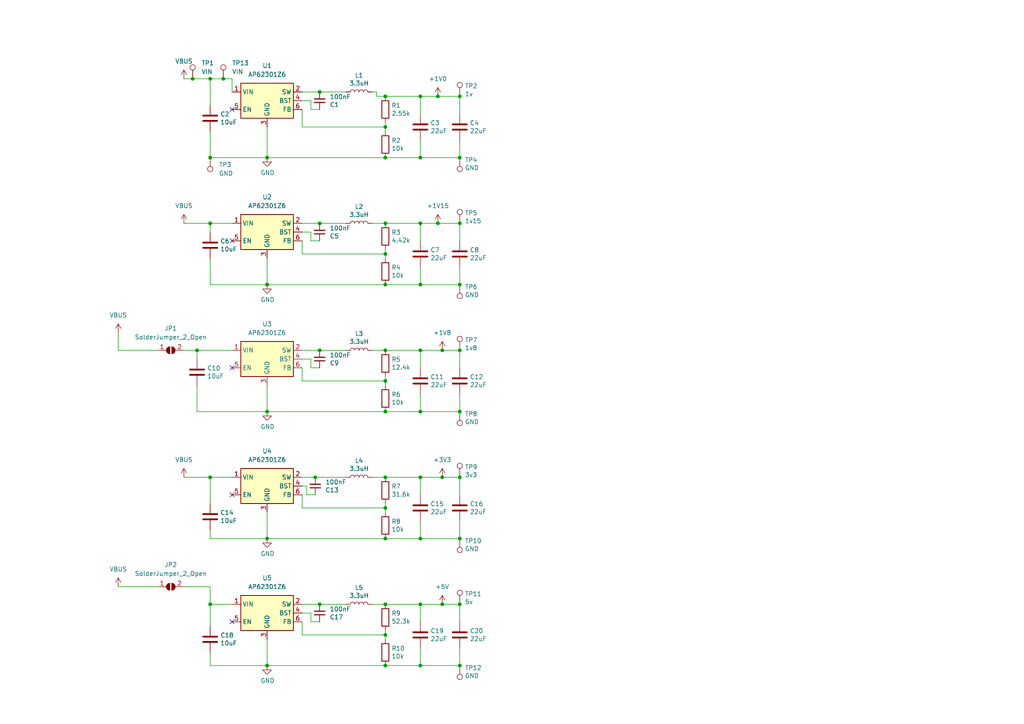
<source format=kicad_sch>
(kicad_sch (version 20240417) (generator "eeschema") (generator_version "8.99")
  (paper "A4")
  (lib_symbols
    (symbol "Connector:TestPoint" (pin_numbers hide) (pin_names (offset 0.762) hide)
      (property "Reference" "TP" (at 0 6.858 0))
      (property "Value" "Connector_TestPoint" (at 0 5.08 0))
      (symbol "TestPoint_0_1"
        (circle (center 0 3.302) (radius 0.762))
      )
      (symbol "TestPoint_1_1"
        (pin passive line (at 0 0 90) (length 2.54) (name "1") (number "1"))
      )
    )
    (symbol "Device:C" (pin_numbers hide) (pin_names (offset 0.254))
      (property "Reference" "C" (at 0.635 2.54 0))
      (property "Value" "Device_C" (at 0.635 -2.54 0))
      (symbol "C_0_1"
        (polyline (pts (xy -2.032 0.762) (xy 2.032 0.762)) (stroke (width 0.508)))
        (polyline (pts (xy -2.032 -0.762) (xy 2.032 -0.762)) (stroke (width 0.508)))
      )
      (symbol "C_1_1"
        (pin passive line (at 0 3.81 270) (length 2.794) (name "~") (number "1"))
        (pin passive line (at 0 -3.81 90) (length 2.794) (name "~") (number "2"))
      )
    )
    (symbol "Device:C_Small" (pin_numbers hide) (pin_names (offset 0.254) hide)
      (property "Reference" "C" (at 0.254 1.778 0))
      (property "Value" "C_Small" (at 0.254 -2.032 0))
      (symbol "C_Small_0_1"
        (polyline (pts (xy -1.524 0.508) (xy 1.524 0.508)) (stroke (width 0.3048)))
        (polyline (pts (xy -1.524 -0.508) (xy 1.524 -0.508)) (stroke (width 0.3302)))
      )
      (symbol "C_Small_1_1"
        (pin passive line (at 0 2.54 270) (length 2.032) (name "~") (number "1"))
        (pin passive line (at 0 -2.54 90) (length 2.032) (name "~") (number "2"))
      )
    )
    (symbol "Device:L" (pin_numbers hide) (pin_names (offset 1.016) hide)
      (property "Reference" "L" (at -1.27 0 90))
      (property "Value" "Device_L" (at 1.905 0 90))
      (symbol "L_0_1"
        (arc (start 0 2.54) (mid 0.6323 1.905) (end 0 1.27))
        (arc (start 0 1.27) (mid 0.6323 0.635) (end 0 0))
        (arc (start 0 0) (mid 0.6323 -0.635) (end 0 -1.27))
        (arc (start 0 -1.27) (mid 0.6323 -1.905) (end 0 -2.54))
      )
      (symbol "L_1_1"
        (pin passive line (at 0 3.81 270) (length 1.27) (name "1") (number "1"))
        (pin passive line (at 0 -3.81 90) (length 1.27) (name "2") (number "2"))
      )
    )
    (symbol "Device:R" (pin_numbers hide) (pin_names (offset 0))
      (property "Reference" "R" (at 2.032 0 90))
      (property "Value" "Device_R" (at 0 0 90))
      (symbol "R_0_1"
        (rectangle (start -1.016 -2.54) (end 1.016 2.54) (stroke (width 0.254)))
      )
      (symbol "R_1_1"
        (pin passive line (at 0 3.81 270) (length 1.27) (name "~") (number "1"))
        (pin passive line (at 0 -3.81 90) (length 1.27) (name "~") (number "2"))
      )
    )
    (symbol "Jumper:SolderJumper_2_Open" (pin_names (offset 0) hide)
      (property "Reference" "JP" (at 0 2.032 0))
      (property "Value" "SolderJumper_2_Open" (at 0 -2.54 0))
      (symbol "SolderJumper_2_Open_0_1"
        (polyline (pts (xy -0.254 1.016) (xy -0.254 -1.016)))
        (arc (start -0.254 -1.016) (mid -1.2656 0) (end -0.254 1.016))
        (arc (start -0.254 -1.016) (mid -1.2656 0) (end -0.254 1.016) (fill (type outline)))
        (arc (start 0.254 1.016) (mid 1.2656 0) (end 0.254 -1.016))
        (arc (start 0.254 1.016) (mid 1.2656 0) (end 0.254 -1.016) (fill (type outline)))
        (polyline (pts (xy 0.254 1.016) (xy 0.254 -1.016)))
      )
      (symbol "SolderJumper_2_Open_1_1"
        (pin passive line (at -3.81 0 0) (length 2.54) (name "A") (number "1"))
        (pin passive line (at 3.81 0 180) (length 2.54) (name "B") (number "2"))
      )
    )
    (symbol "Regulator_Switching:AP62300Z6"
      (property "Reference" "U6" (at 0 10.16 0))
      (property "Value" "AP62301Z6" (at 0 7.62 0))
      (symbol "AP62300Z6_0_1"
        (rectangle (start -7.62 5.08) (end 7.62 -5.08) (stroke (width 0.254)) (fill (type background)))
      )
      (symbol "AP62300Z6_1_1"
        (pin power_in line (at -10.16 2.54 0) (length 2.54) (name "VIN") (number "1"))
        (pin output line (at 10.16 2.54 180) (length 2.54) (name "SW") (number "2"))
        (pin power_in line (at 0 -7.62 90) (length 2.54) (name "GND") (number "3"))
        (pin passive line (at 10.16 0 180) (length 2.54) (name "BST") (number "4"))
        (pin input line (at -10.16 -2.54 0) (length 2.54) (name "EN") (number "5"))
        (pin input line (at 10.16 -2.54 180) (length 2.54) (name "FB") (number "6"))
      )
    )
    (symbol "TestPoint_1" (pin_numbers hide) (pin_names (offset 0.762) hide)
      (property "Reference" "TP" (at 0 6.858 0))
      (property "Value" "TestPoint_1" (at 0 5.08 0))
      (symbol "TestPoint_1_0_1"
        (circle (center 0 3.302) (radius 0.762))
      )
      (symbol "TestPoint_1_1_1"
        (pin passive line (at 0 0 90) (length 2.54) (name "1") (number "1"))
      )
    )
    (symbol "power:+1V0" (power) (pin_numbers hide) (pin_names (offset 0) hide)
      (property "Value" "+1V0" (at 0 3.556 0))
      (symbol "+1V0_0_1"
        (polyline (pts (xy -0.762 1.27) (xy 0 2.54)))
        (polyline (pts (xy 0 2.54) (xy 0.762 1.27)))
        (polyline (pts (xy 0 0) (xy 0 2.54)))
      )
      (symbol "+1V0_1_1"
        (pin power_in line (at 0 0 90) (length 0) (name "~") (number "1"))
      )
    )
    (symbol "power:+1V1" (power) (pin_numbers hide) (pin_names (offset 0) hide)
      (property "Value" "+1V1" (at 0 3.556 0))
      (symbol "+1V1_0_1"
        (polyline (pts (xy -0.762 1.27) (xy 0 2.54)))
        (polyline (pts (xy 0 2.54) (xy 0.762 1.27)))
        (polyline (pts (xy 0 0) (xy 0 2.54)))
      )
      (symbol "+1V1_1_1"
        (pin power_in line (at 0 0 90) (length 0) (name "~") (number "1"))
      )
    )
    (symbol "power:+1V8" (power) (pin_numbers hide) (pin_names (offset 0) hide)
      (property "Value" "+1V8" (at 0 3.556 0))
      (symbol "+1V8_0_1"
        (polyline (pts (xy -0.762 1.27) (xy 0 2.54)))
        (polyline (pts (xy 0 2.54) (xy 0.762 1.27)))
        (polyline (pts (xy 0 0) (xy 0 2.54)))
      )
      (symbol "+1V8_1_1"
        (pin power_in line (at 0 0 90) (length 0) (name "~") (number "1"))
      )
    )
    (symbol "power:+3V3" (power) (pin_numbers hide) (pin_names (offset 0) hide)
      (property "Value" "+3V3" (at 0 3.556 0))
      (symbol "+3V3_0_1"
        (polyline (pts (xy -0.762 1.27) (xy 0 2.54)))
        (polyline (pts (xy 0 2.54) (xy 0.762 1.27)))
        (polyline (pts (xy 0 0) (xy 0 2.54)))
      )
      (symbol "+3V3_1_1"
        (pin power_in line (at 0 0 90) (length 0) (name "~") (number "1"))
      )
    )
    (symbol "power:+5V" (power) (pin_numbers hide) (pin_names (offset 0) hide)
      (property "Value" "+5V" (at 0 3.556 0))
      (symbol "+5V_0_1"
        (polyline (pts (xy -0.762 1.27) (xy 0 2.54)))
        (polyline (pts (xy 0 2.54) (xy 0.762 1.27)))
        (polyline (pts (xy 0 0) (xy 0 2.54)))
      )
      (symbol "+5V_1_1"
        (pin power_in line (at 0 0 90) (length 0) (name "~") (number "1"))
      )
    )
    (symbol "power:GND" (power) (pin_names (offset 0))
      (property "Value" "power_GND" (at 0 -3.81 0))
      (symbol "GND_0_1"
        (polyline (pts (xy 0 0) (xy 0 -1.27) (xy 1.27 -1.27) (xy 0 -2.54) (xy -1.27 -1.27) (xy 0 -1.27)))
      )
      (symbol "GND_1_1"
        (pin power_in line (at 0 0 270) (length 0) hide (name "GND") (number "1"))
      )
    )
    (symbol "power:VBUS" (power) (pin_numbers hide) (pin_names (offset 0) hide)
      (property "Value" "VBUS" (at 0 3.556 0))
      (symbol "VBUS_0_1"
        (polyline (pts (xy -0.762 1.27) (xy 0 2.54)))
        (polyline (pts (xy 0 2.54) (xy 0.762 1.27)))
        (polyline (pts (xy 0 0) (xy 0 2.54)))
      )
      (symbol "VBUS_1_1"
        (pin power_in line (at 0 0 90) (length 0) (name "~") (number "1"))
      )
    )
  )
  (junction (at 127 64.77))
  (junction (at 133.35 27.94))
  (junction (at 121.92 64.77))
  (junction (at 57.15 101.6))
  (junction (at 121.92 101.6))
  (junction (at 133.35 64.77))
  (junction (at 133.35 82.55))
  (junction (at 92.71 101.6))
  (junction (at 111.76 193.04))
  (junction (at 60.96 22.86))
  (junction (at 121.92 82.55))
  (junction (at 60.96 64.77))
  (junction (at 127 27.94))
  (junction (at 64.77 22.86))
  (junction (at 111.76 36.83))
  (junction (at 60.96 175.26))
  (junction (at 121.92 156.21))
  (junction (at 121.92 175.26))
  (junction (at 128.27 175.26))
  (junction (at 128.27 138.43))
  (junction (at 111.76 110.49))
  (junction (at 60.96 138.43))
  (junction (at 133.35 119.38))
  (junction (at 133.35 193.04))
  (junction (at 77.47 45.72))
  (junction (at 77.47 82.55))
  (junction (at 121.92 119.38))
  (junction (at 133.35 156.21))
  (junction (at 111.76 156.21))
  (junction (at 133.35 138.43))
  (junction (at 55.88 22.86))
  (junction (at 92.71 26.67))
  (junction (at 60.96 45.72))
  (junction (at 91.44 138.43))
  (junction (at 77.47 193.04))
  (junction (at 121.92 27.94))
  (junction (at 121.92 45.72))
  (junction (at 133.35 101.6))
  (junction (at 77.47 156.21))
  (junction (at 111.76 101.6))
  (junction (at 77.47 119.38))
  (junction (at 133.35 45.72))
  (junction (at 92.71 175.26))
  (junction (at 111.76 138.43))
  (junction (at 111.76 45.72))
  (junction (at 121.92 138.43))
  (junction (at 92.71 64.77))
  (junction (at 111.76 64.77))
  (junction (at 111.76 175.26))
  (junction (at 128.27 101.6))
  (junction (at 111.76 27.94))
  (junction (at 111.76 73.66))
  (junction (at 111.76 184.15))
  (junction (at 133.35 175.26))
  (junction (at 111.76 82.55))
  (junction (at 111.76 119.38))
  (junction (at 111.76 147.32))
  (junction (at 121.92 193.04))
  (no_connect (at 67.31 31.75))
  (no_connect (at 67.31 143.51))
  (no_connect (at 67.31 69.85))
  (no_connect (at 67.31 106.68))
  (no_connect (at 67.31 180.34))
  (wire (pts (xy 77.47 119.38) (xy 77.47 111.76)))
  (wire (pts (xy 107.95 26.67) (xy 109.22 26.67)))
  (wire (pts (xy 111.76 156.21) (xy 121.92 156.21)))
  (wire (pts (xy 121.92 106.68) (xy 121.92 101.6)))
  (wire (pts (xy 53.34 170.18) (xy 60.96 170.18)))
  (wire (pts (xy 111.76 36.83) (xy 111.76 38.1)))
  (wire (pts (xy 87.63 29.21) (xy 90.17 29.21)))
  (wire (pts (xy 111.76 146.05) (xy 111.76 147.32)))
  (wire (pts (xy 121.92 193.04) (xy 133.35 193.04)))
  (wire (pts (xy 60.96 45.72) (xy 60.96 38.1)))
  (wire (pts (xy 109.22 27.94) (xy 111.76 27.94)))
  (wire (pts (xy 121.92 175.26) (xy 128.27 175.26)))
  (wire (pts (xy 88.9 143.51) (xy 91.44 143.51)))
  (wire (pts (xy 133.35 101.6) (xy 133.35 106.68)))
  (wire (pts (xy 121.92 156.21) (xy 133.35 156.21)))
  (wire (pts (xy 111.76 184.15) (xy 87.63 184.15)))
  (wire (pts (xy 87.63 67.31) (xy 90.17 67.31)))
  (wire (pts (xy 121.92 143.51) (xy 121.92 138.43)))
  (wire (pts (xy 107.95 64.77) (xy 111.76 64.77)))
  (wire (pts (xy 60.96 22.86) (xy 60.96 30.48)))
  (wire (pts (xy 87.63 73.66) (xy 87.63 69.85)))
  (wire (pts (xy 107.95 138.43) (xy 111.76 138.43)))
  (wire (pts (xy 111.76 119.38) (xy 77.47 119.38)))
  (wire (pts (xy 67.31 175.26) (xy 60.96 175.26)))
  (wire (pts (xy 60.96 82.55) (xy 60.96 74.93)))
  (wire (pts (xy 55.88 22.86) (xy 60.96 22.86)))
  (wire (pts (xy 111.76 110.49) (xy 111.76 111.76)))
  (wire (pts (xy 57.15 101.6) (xy 67.31 101.6)))
  (wire (pts (xy 111.76 73.66) (xy 111.76 74.93)))
  (wire (pts (xy 60.96 45.72) (xy 77.47 45.72)))
  (wire (pts (xy 53.34 64.77) (xy 60.96 64.77)))
  (wire (pts (xy 133.35 175.26) (xy 133.35 180.34)))
  (wire (pts (xy 111.76 72.39) (xy 111.76 73.66)))
  (wire (pts (xy 127 27.94) (xy 133.35 27.94)))
  (wire (pts (xy 133.35 119.38) (xy 133.35 114.3)))
  (wire (pts (xy 128.27 101.6) (xy 133.35 101.6)))
  (wire (pts (xy 34.29 170.18) (xy 45.72 170.18)))
  (wire (pts (xy 77.47 82.55) (xy 77.47 74.93)))
  (wire (pts (xy 90.17 69.85) (xy 92.71 69.85)))
  (wire (pts (xy 60.96 138.43) (xy 60.96 146.05)))
  (wire (pts (xy 34.29 101.6) (xy 45.72 101.6)))
  (wire (pts (xy 133.35 45.72) (xy 133.35 40.64)))
  (wire (pts (xy 90.17 67.31) (xy 90.17 69.85)))
  (wire (pts (xy 111.76 138.43) (xy 121.92 138.43)))
  (wire (pts (xy 111.76 82.55) (xy 121.92 82.55)))
  (wire (pts (xy 121.92 69.85) (xy 121.92 64.77)))
  (wire (pts (xy 87.63 101.6) (xy 92.71 101.6)))
  (wire (pts (xy 127 64.77) (xy 133.35 64.77)))
  (wire (pts (xy 67.31 22.86) (xy 67.31 26.67)))
  (wire (pts (xy 121.92 40.64) (xy 121.92 45.72)))
  (wire (pts (xy 60.96 175.26) (xy 60.96 170.18)))
  (wire (pts (xy 133.35 27.94) (xy 133.35 33.02)))
  (wire (pts (xy 77.47 193.04) (xy 77.47 185.42)))
  (wire (pts (xy 64.77 22.86) (xy 67.31 22.86)))
  (wire (pts (xy 77.47 36.83) (xy 77.47 45.72)))
  (wire (pts (xy 111.76 110.49) (xy 87.63 110.49)))
  (wire (pts (xy 111.76 147.32) (xy 111.76 148.59)))
  (wire (pts (xy 60.96 82.55) (xy 77.47 82.55)))
  (wire (pts (xy 111.76 45.72) (xy 77.47 45.72)))
  (wire (pts (xy 111.76 193.04) (xy 121.92 193.04)))
  (wire (pts (xy 111.76 45.72) (xy 121.92 45.72)))
  (wire (pts (xy 128.27 138.43) (xy 133.35 138.43)))
  (wire (pts (xy 111.76 27.94) (xy 121.92 27.94)))
  (wire (pts (xy 60.96 175.26) (xy 60.96 181.61)))
  (wire (pts (xy 121.92 138.43) (xy 128.27 138.43)))
  (wire (pts (xy 87.63 177.8) (xy 90.17 177.8)))
  (wire (pts (xy 121.92 82.55) (xy 133.35 82.55)))
  (wire (pts (xy 60.96 156.21) (xy 77.47 156.21)))
  (wire (pts (xy 60.96 156.21) (xy 60.96 153.67)))
  (wire (pts (xy 77.47 156.21) (xy 77.47 148.59)))
  (wire (pts (xy 121.92 119.38) (xy 133.35 119.38)))
  (wire (pts (xy 87.63 175.26) (xy 92.71 175.26)))
  (wire (pts (xy 87.63 184.15) (xy 87.63 180.34)))
  (wire (pts (xy 133.35 82.55) (xy 133.35 77.47)))
  (wire (pts (xy 111.76 184.15) (xy 111.76 185.42)))
  (wire (pts (xy 87.63 31.75) (xy 87.63 36.83)))
  (wire (pts (xy 90.17 104.14) (xy 90.17 106.68)))
  (wire (pts (xy 60.96 64.77) (xy 60.96 67.31)))
  (wire (pts (xy 121.92 101.6) (xy 128.27 101.6)))
  (wire (pts (xy 57.15 101.6) (xy 57.15 104.14)))
  (wire (pts (xy 92.71 175.26) (xy 100.33 175.26)))
  (wire (pts (xy 90.17 29.21) (xy 90.17 31.75)))
  (wire (pts (xy 111.76 147.32) (xy 87.63 147.32)))
  (wire (pts (xy 111.76 36.83) (xy 87.63 36.83)))
  (wire (pts (xy 57.15 119.38) (xy 77.47 119.38)))
  (wire (pts (xy 90.17 177.8) (xy 90.17 180.34)))
  (wire (pts (xy 90.17 106.68) (xy 92.71 106.68)))
  (wire (pts (xy 111.76 109.22) (xy 111.76 110.49)))
  (wire (pts (xy 92.71 64.77) (xy 100.33 64.77)))
  (wire (pts (xy 67.31 64.77) (xy 60.96 64.77)))
  (wire (pts (xy 53.34 138.43) (xy 60.96 138.43)))
  (wire (pts (xy 121.92 180.34) (xy 121.92 175.26)))
  (wire (pts (xy 121.92 187.96) (xy 121.92 193.04)))
  (wire (pts (xy 121.92 45.72) (xy 133.35 45.72)))
  (wire (pts (xy 53.34 101.6) (xy 57.15 101.6)))
  (wire (pts (xy 121.92 77.47) (xy 121.92 82.55)))
  (wire (pts (xy 133.35 193.04) (xy 133.35 187.96)))
  (wire (pts (xy 87.63 147.32) (xy 87.63 143.51)))
  (wire (pts (xy 111.76 35.56) (xy 111.76 36.83)))
  (wire (pts (xy 87.63 110.49) (xy 87.63 106.68)))
  (wire (pts (xy 133.35 138.43) (xy 133.35 143.51)))
  (wire (pts (xy 57.15 119.38) (xy 57.15 111.76)))
  (wire (pts (xy 60.96 193.04) (xy 77.47 193.04)))
  (wire (pts (xy 121.92 114.3) (xy 121.92 119.38)))
  (wire (pts (xy 88.9 140.97) (xy 88.9 143.51)))
  (wire (pts (xy 87.63 138.43) (xy 91.44 138.43)))
  (wire (pts (xy 111.76 193.04) (xy 77.47 193.04)))
  (wire (pts (xy 121.92 27.94) (xy 127 27.94)))
  (wire (pts (xy 111.76 175.26) (xy 121.92 175.26)))
  (wire (pts (xy 64.77 22.86) (xy 60.96 22.86)))
  (wire (pts (xy 111.76 156.21) (xy 77.47 156.21)))
  (wire (pts (xy 111.76 101.6) (xy 121.92 101.6)))
  (wire (pts (xy 111.76 73.66) (xy 87.63 73.66)))
  (wire (pts (xy 107.95 175.26) (xy 111.76 175.26)))
  (wire (pts (xy 67.31 138.43) (xy 60.96 138.43)))
  (wire (pts (xy 53.34 22.86) (xy 55.88 22.86)))
  (wire (pts (xy 87.63 140.97) (xy 88.9 140.97)))
  (wire (pts (xy 109.22 26.67) (xy 109.22 27.94)))
  (wire (pts (xy 60.96 193.04) (xy 60.96 189.23)))
  (wire (pts (xy 121.92 151.13) (xy 121.92 156.21)))
  (wire (pts (xy 128.27 175.26) (xy 133.35 175.26)))
  (wire (pts (xy 121.92 33.02) (xy 121.92 27.94)))
  (wire (pts (xy 92.71 26.67) (xy 100.33 26.67)))
  (wire (pts (xy 107.95 101.6) (xy 111.76 101.6)))
  (wire (pts (xy 90.17 31.75) (xy 92.71 31.75)))
  (wire (pts (xy 91.44 138.43) (xy 100.33 138.43)))
  (wire (pts (xy 87.63 26.67) (xy 92.71 26.67)))
  (wire (pts (xy 111.76 182.88) (xy 111.76 184.15)))
  (wire (pts (xy 133.35 156.21) (xy 133.35 151.13)))
  (wire (pts (xy 87.63 104.14) (xy 90.17 104.14)))
  (wire (pts (xy 111.76 64.77) (xy 121.92 64.77)))
  (wire (pts (xy 90.17 180.34) (xy 92.71 180.34)))
  (wire (pts (xy 34.29 101.6) (xy 34.29 96.52)))
  (wire (pts (xy 111.76 82.55) (xy 77.47 82.55)))
  (wire (pts (xy 111.76 119.38) (xy 121.92 119.38)))
  (wire (pts (xy 87.63 64.77) (xy 92.71 64.77)))
  (wire (pts (xy 133.35 64.77) (xy 133.35 69.85)))
  (wire (pts (xy 121.92 64.77) (xy 127 64.77)))
  (wire (pts (xy 92.71 101.6) (xy 100.33 101.6)))
  (symbol (lib_id "Device:C") (at 60.96 34.29 180) (unit 1)
    (property "Reference" "C2" (at 63.881 33.1216 0) (effects (justify right)))
    (property "Value" "10uF" (at 63.881 35.433 0) (effects (justify right)))
    (property "Footprint" "Capacitor_SMD:C_0805_2012Metric" (effects (hide yes)))
  )
  (symbol (lib_id "Device:C_Small") (at 92.71 29.21 0) (mirror x) (unit 1)
    (property "Reference" "C1" (at 95.631 30.3784 0) (effects (justify left)))
    (property "Value" "100nF" (at 95.631 28.067 0) (effects (justify left)))
    (property "Footprint" "Capacitor_SMD:C_0402_1005Metric" (effects (hide yes)))
    (property "Description" "Unpolarized capacitor, small symbol" (effects (hide yes)))
  )
  (symbol (lib_id "Device:L") (at 104.14 26.67 90) (unit 1)
    (property "Reference" "L1" (at 104.14 21.844 90))
    (property "Value" "3.3uH" (at 104.14 24.1554 90))
    (property "Footprint" "Inductor_SMD:L_Chilisin_BMRx00050512-B" (effects (hide yes)))
  )
  (symbol (lib_id "Device:R") (at 111.76 31.75 0) (unit 1)
    (property "Reference" "R1" (at 113.538 30.5816 0) (effects (justify left)))
    (property "Value" "2.55k" (at 113.538 32.893 0) (effects (justify left)))
    (property "Footprint" "Resistor_SMD:R_0402_1005Metric" (effects (hide yes)))
  )
  (symbol (lib_id "Device:R") (at 111.76 41.91 0) (unit 1)
    (property "Reference" "R2" (at 113.538 40.7416 0) (effects (justify left)))
    (property "Value" "10k" (at 113.538 43.053 0) (effects (justify left)))
    (property "Footprint" "Resistor_SMD:R_0402_1005Metric" (effects (hide yes)))
  )
  (symbol (lib_id "Device:C") (at 121.92 36.83 0) (unit 1)
    (property "Reference" "C3" (at 124.841 35.6616 0) (effects (justify left)))
    (property "Value" "22uF" (at 124.841 37.973 0) (effects (justify left)))
    (property "Footprint" "Capacitor_SMD:C_0603_1608Metric" (effects (hide yes)))
  )
  (symbol (lib_id "power:GND") (at 77.47 45.72 0) (unit 1)
    (property "Reference" "#PWR01" (effects (hide yes)))
    (property "Value" "GND" (at 77.597 50.1142 0))
  )
  (symbol (lib_id "Device:C") (at 133.35 36.83 0) (unit 1)
    (property "Reference" "C4" (at 136.271 35.6616 0) (effects (justify left)))
    (property "Value" "22uF" (at 136.271 37.973 0) (effects (justify left)))
    (property "Footprint" "Capacitor_SMD:C_0603_1608Metric" (effects (hide yes)))
  )
  (symbol (lib_id "Device:C") (at 60.96 71.12 180) (unit 1)
    (property "Reference" "C6" (at 63.881 69.9516 0) (effects (justify right)))
    (property "Value" "10uF" (at 63.881 72.263 0) (effects (justify right)))
    (property "Footprint" "Capacitor_SMD:C_0805_2012Metric" (effects (hide yes)))
  )
  (symbol (lib_id "Device:C_Small") (at 92.71 67.31 0) (mirror x) (unit 1)
    (property "Reference" "C5" (at 95.631 68.4784 0) (effects (justify left)))
    (property "Value" "100nF" (at 95.631 66.167 0) (effects (justify left)))
    (property "Footprint" "Capacitor_SMD:C_0402_1005Metric" (effects (hide yes)))
    (property "Description" "Unpolarized capacitor, small symbol" (effects (hide yes)))
  )
  (symbol (lib_id "Device:L") (at 104.14 64.77 90) (unit 1)
    (property "Reference" "L2" (at 104.14 59.944 90))
    (property "Value" "3.3uH" (at 104.14 62.2554 90))
    (property "Footprint" "Inductor_SMD:L_Chilisin_BMRx00050512-B" (effects (hide yes)))
  )
  (symbol (lib_id "Device:R") (at 111.76 68.58 0) (unit 1)
    (property "Reference" "R3" (at 113.538 67.4116 0) (effects (justify left)))
    (property "Value" "4.42k" (at 113.538 69.723 0) (effects (justify left)))
    (property "Footprint" "Resistor_SMD:R_0402_1005Metric" (effects (hide yes)))
  )
  (symbol (lib_id "Device:R") (at 111.76 78.74 0) (unit 1)
    (property "Reference" "R4" (at 113.538 77.5716 0) (effects (justify left)))
    (property "Value" "10k" (at 113.538 79.883 0) (effects (justify left)))
    (property "Footprint" "Resistor_SMD:R_0402_1005Metric" (effects (hide yes)))
  )
  (symbol (lib_id "Device:C") (at 121.92 73.66 0) (unit 1)
    (property "Reference" "C7" (at 124.841 72.4916 0) (effects (justify left)))
    (property "Value" "22uF" (at 124.841 74.803 0) (effects (justify left)))
    (property "Footprint" "Capacitor_SMD:C_0603_1608Metric" (effects (hide yes)))
  )
  (symbol (lib_id "power:GND") (at 77.47 82.55 0) (unit 1)
    (property "Reference" "#PWR02" (effects (hide yes)))
    (property "Value" "GND" (at 77.597 86.9442 0))
  )
  (symbol (lib_id "Device:C") (at 133.35 73.66 0) (unit 1)
    (property "Reference" "C8" (at 136.271 72.4916 0) (effects (justify left)))
    (property "Value" "22uF" (at 136.271 74.803 0) (effects (justify left)))
    (property "Footprint" "Capacitor_SMD:C_0603_1608Metric" (effects (hide yes)))
  )
  (symbol (lib_id "Device:C") (at 57.15 107.95 180) (unit 1)
    (property "Reference" "C10" (at 60.071 106.7816 0) (effects (justify right)))
    (property "Value" "10uF" (at 60.071 109.093 0) (effects (justify right)))
    (property "Footprint" "Capacitor_SMD:C_0805_2012Metric" (effects (hide yes)))
  )
  (symbol (lib_id "Device:C_Small") (at 92.71 104.14 0) (mirror x) (unit 1)
    (property "Reference" "C9" (at 95.631 105.3084 0) (effects (justify left)))
    (property "Value" "100nF" (at 95.631 102.997 0) (effects (justify left)))
    (property "Footprint" "Capacitor_SMD:C_0402_1005Metric" (effects (hide yes)))
    (property "Description" "Unpolarized capacitor, small symbol" (effects (hide yes)))
  )
  (symbol (lib_id "Device:L") (at 104.14 101.6 90) (unit 1)
    (property "Reference" "L3" (at 104.14 96.774 90))
    (property "Value" "3.3uH" (at 104.14 99.0854 90))
    (property "Footprint" "Inductor_SMD:L_Chilisin_BMRx00050512-B" (effects (hide yes)))
  )
  (symbol (lib_id "Device:R") (at 111.76 105.41 0) (unit 1)
    (property "Reference" "R5" (at 113.538 104.2416 0) (effects (justify left)))
    (property "Value" "12.4k" (at 113.538 106.553 0) (effects (justify left)))
    (property "Footprint" "Resistor_SMD:R_0402_1005Metric" (effects (hide yes)))
  )
  (symbol (lib_id "Device:R") (at 111.76 115.57 0) (unit 1)
    (property "Reference" "R6" (at 113.538 114.4016 0) (effects (justify left)))
    (property "Value" "10k" (at 113.538 116.713 0) (effects (justify left)))
    (property "Footprint" "Resistor_SMD:R_0402_1005Metric" (effects (hide yes)))
  )
  (symbol (lib_id "Device:C") (at 121.92 110.49 0) (unit 1)
    (property "Reference" "C11" (at 124.841 109.3216 0) (effects (justify left)))
    (property "Value" "22uF" (at 124.841 111.633 0) (effects (justify left)))
    (property "Footprint" "Capacitor_SMD:C_0603_1608Metric" (effects (hide yes)))
  )
  (symbol (lib_id "power:GND") (at 77.47 119.38 0) (unit 1)
    (property "Reference" "#PWR03" (effects (hide yes)))
    (property "Value" "GND" (at 77.597 123.7742 0))
  )
  (symbol (lib_id "Device:C") (at 133.35 110.49 0) (unit 1)
    (property "Reference" "C12" (at 136.271 109.3216 0) (effects (justify left)))
    (property "Value" "22uF" (at 136.271 111.633 0) (effects (justify left)))
    (property "Footprint" "Capacitor_SMD:C_0603_1608Metric" (effects (hide yes)))
  )
  (symbol (lib_id "Device:C") (at 60.96 149.86 180) (unit 1)
    (property "Reference" "C14" (at 63.881 148.6916 0) (effects (justify right)))
    (property "Value" "10uF" (at 63.881 151.003 0) (effects (justify right)))
    (property "Footprint" "Capacitor_SMD:C_0805_2012Metric" (effects (hide yes)))
  )
  (symbol (lib_id "Device:C_Small") (at 91.44 140.97 0) (mirror x) (unit 1)
    (property "Reference" "C13" (at 94.361 142.1384 0) (effects (justify left)))
    (property "Value" "100nF" (at 94.361 139.827 0) (effects (justify left)))
    (property "Footprint" "Capacitor_SMD:C_0402_1005Metric" (effects (hide yes)))
    (property "Description" "Unpolarized capacitor, small symbol" (effects (hide yes)))
  )
  (symbol (lib_id "Device:L") (at 104.14 138.43 90) (unit 1)
    (property "Reference" "L4" (at 104.14 133.604 90))
    (property "Value" "3.3uH" (at 104.14 135.9154 90))
    (property "Footprint" "Inductor_SMD:L_Chilisin_BMRx00050512-B" (effects (hide yes)))
  )
  (symbol (lib_id "Device:R") (at 111.76 142.24 0) (unit 1)
    (property "Reference" "R7" (at 113.538 141.0716 0) (effects (justify left)))
    (property "Value" "31.6k" (at 113.538 143.383 0) (effects (justify left)))
    (property "Footprint" "Resistor_SMD:R_0402_1005Metric" (effects (hide yes)))
  )
  (symbol (lib_id "Device:R") (at 111.76 152.4 0) (unit 1)
    (property "Reference" "R8" (at 113.538 151.2316 0) (effects (justify left)))
    (property "Value" "10k" (at 113.538 153.543 0) (effects (justify left)))
    (property "Footprint" "Resistor_SMD:R_0402_1005Metric" (effects (hide yes)))
  )
  (symbol (lib_id "Device:C") (at 121.92 147.32 0) (unit 1)
    (property "Reference" "C15" (at 124.841 146.1516 0) (effects (justify left)))
    (property "Value" "22uF" (at 124.841 148.463 0) (effects (justify left)))
    (property "Footprint" "Capacitor_SMD:C_0603_1608Metric" (effects (hide yes)))
  )
  (symbol (lib_id "power:GND") (at 77.47 156.21 0) (unit 1)
    (property "Reference" "#PWR04" (effects (hide yes)))
    (property "Value" "GND" (at 77.597 160.6042 0))
  )
  (symbol (lib_id "Device:C") (at 133.35 147.32 0) (unit 1)
    (property "Reference" "C16" (at 136.271 146.1516 0) (effects (justify left)))
    (property "Value" "22uF" (at 136.271 148.463 0) (effects (justify left)))
    (property "Footprint" "Capacitor_SMD:C_0603_1608Metric" (effects (hide yes)))
  )
  (symbol (lib_id "Device:C") (at 60.96 185.42 180) (unit 1)
    (property "Reference" "C18" (at 63.881 184.2516 0) (effects (justify right)))
    (property "Value" "10uF" (at 63.881 186.563 0) (effects (justify right)))
    (property "Footprint" "Capacitor_SMD:C_0805_2012Metric" (effects (hide yes)))
  )
  (symbol (lib_id "Device:C_Small") (at 92.71 177.8 0) (mirror x) (unit 1)
    (property "Reference" "C17" (at 95.631 178.9684 0) (effects (justify left)))
    (property "Value" "100nF" (at 95.631 176.657 0) (effects (justify left)))
    (property "Footprint" "Capacitor_SMD:C_0402_1005Metric" (effects (hide yes)))
    (property "Description" "Unpolarized capacitor, small symbol" (effects (hide yes)))
  )
  (symbol (lib_id "Device:L") (at 104.14 175.26 90) (unit 1)
    (property "Reference" "L5" (at 104.14 170.434 90))
    (property "Value" "3.3uH" (at 104.14 172.7454 90))
    (property "Footprint" "Inductor_SMD:L_Chilisin_BMRx00050512-B" (effects (hide yes)))
  )
  (symbol (lib_id "Device:R") (at 111.76 179.07 0) (unit 1)
    (property "Reference" "R9" (at 113.538 177.9016 0) (effects (justify left)))
    (property "Value" "52.3k" (at 113.538 180.213 0) (effects (justify left)))
    (property "Footprint" "Resistor_SMD:R_0402_1005Metric" (effects (hide yes)))
  )
  (symbol (lib_id "Device:R") (at 111.76 189.23 0) (unit 1)
    (property "Reference" "R10" (at 113.538 188.0616 0) (effects (justify left)))
    (property "Value" "10k" (at 113.538 190.373 0) (effects (justify left)))
    (property "Footprint" "Resistor_SMD:R_0402_1005Metric" (effects (hide yes)))
  )
  (symbol (lib_id "Device:C") (at 121.92 184.15 0) (unit 1)
    (property "Reference" "C19" (at 124.841 182.9816 0) (effects (justify left)))
    (property "Value" "22uF" (at 124.841 185.293 0) (effects (justify left)))
    (property "Footprint" "Capacitor_SMD:C_0603_1608Metric" (effects (hide yes)))
  )
  (symbol (lib_id "power:GND") (at 77.47 193.04 0) (unit 1)
    (property "Reference" "#PWR05" (effects (hide yes)))
    (property "Value" "GND" (at 77.597 197.4342 0))
  )
  (symbol (lib_id "Device:C") (at 133.35 184.15 0) (unit 1)
    (property "Reference" "C20" (at 136.271 182.9816 0) (effects (justify left)))
    (property "Value" "22uF" (at 136.271 185.293 0) (effects (justify left)))
    (property "Footprint" "Capacitor_SMD:C_0603_1608Metric" (effects (hide yes)))
  )
  (symbol (lib_id "Connector:TestPoint") (at 55.88 22.86 0) (unit 1)
    (property "Reference" "TP1" (at 58.42 18.2879 0) (effects (justify left)))
    (property "Value" "VIN" (at 58.42 20.8279 0) (effects (justify left)))
    (property "Footprint" "TestPoint:TestPoint_Pad_2.0x2.0mm" (effects (hide yes)))
  )
  (symbol (lib_id "Connector:TestPoint") (at 133.35 27.94 0) (unit 1)
    (property "Reference" "TP2" (at 134.8232 24.9428 0) (effects (justify left)))
    (property "Value" "1v" (at 134.8232 27.2542 0) (effects (justify left)))
    (property "Footprint" "TestPoint:TestPoint_Pad_2.0x2.0mm" (effects (hide yes)))
  )
  (symbol (lib_id "Connector:TestPoint") (at 133.35 45.72 180) (unit 1)
    (property "Reference" "TP4" (at 134.8232 46.3804 0) (effects (justify right)))
    (property "Value" "GND" (at 134.8232 48.6918 0) (effects (justify right)))
    (property "Footprint" "TestPoint:TestPoint_Pad_2.0x2.0mm" (effects (hide yes)))
  )
  (symbol (lib_id "Connector:TestPoint") (at 133.35 64.77 0) (unit 1)
    (property "Reference" "TP5" (at 134.8232 61.7728 0) (effects (justify left)))
    (property "Value" "1v15" (at 134.8232 64.0842 0) (effects (justify left)))
    (property "Footprint" "TestPoint:TestPoint_Pad_2.0x2.0mm" (effects (hide yes)))
  )
  (symbol (lib_id "Connector:TestPoint") (at 133.35 82.55 180) (unit 1)
    (property "Reference" "TP6" (at 134.8232 83.2104 0) (effects (justify right)))
    (property "Value" "GND" (at 134.8232 85.5218 0) (effects (justify right)))
    (property "Footprint" "TestPoint:TestPoint_Pad_2.0x2.0mm" (effects (hide yes)))
  )
  (symbol (lib_id "Connector:TestPoint") (at 133.35 101.6 0) (unit 1)
    (property "Reference" "TP7" (at 134.8232 98.6028 0) (effects (justify left)))
    (property "Value" "1v8" (at 134.8232 100.9142 0) (effects (justify left)))
    (property "Footprint" "TestPoint:TestPoint_Pad_2.0x2.0mm" (effects (hide yes)))
  )
  (symbol (lib_id "Connector:TestPoint") (at 133.35 119.38 180) (unit 1)
    (property "Reference" "TP8" (at 134.8232 120.0404 0) (effects (justify right)))
    (property "Value" "GND" (at 134.8232 122.3518 0) (effects (justify right)))
    (property "Footprint" "TestPoint:TestPoint_Pad_2.0x2.0mm" (effects (hide yes)))
  )
  (symbol (lib_id "Connector:TestPoint") (at 133.35 138.43 0) (unit 1)
    (property "Reference" "TP9" (at 134.8232 135.4328 0) (effects (justify left)))
    (property "Value" "3v3" (at 134.8232 137.7442 0) (effects (justify left)))
    (property "Footprint" "TestPoint:TestPoint_Pad_2.0x2.0mm" (effects (hide yes)))
  )
  (symbol (lib_id "Connector:TestPoint") (at 133.35 156.21 180) (unit 1)
    (property "Reference" "TP10" (at 134.8232 156.8704 0) (effects (justify right)))
    (property "Value" "GND" (at 134.8232 159.1818 0) (effects (justify right)))
    (property "Footprint" "TestPoint:TestPoint_Pad_2.0x2.0mm" (effects (hide yes)))
  )
  (symbol (lib_id "Connector:TestPoint") (at 133.35 175.26 0) (unit 1)
    (property "Reference" "TP11" (at 134.8232 172.2628 0) (effects (justify left)))
    (property "Value" "5v" (at 134.8232 174.5742 0) (effects (justify left)))
    (property "Footprint" "TestPoint:TestPoint_Pad_2.0x2.0mm" (effects (hide yes)))
  )
  (symbol (lib_id "Connector:TestPoint") (at 133.35 193.04 180) (unit 1)
    (property "Reference" "TP12" (at 134.8232 193.7004 0) (effects (justify right)))
    (property "Value" "GND" (at 134.8232 196.0118 0) (effects (justify right)))
    (property "Footprint" "TestPoint:TestPoint_Pad_2.0x2.0mm" (effects (hide yes)))
  )
  (symbol (lib_id "Connector:TestPoint") (at 60.96 45.72 180) (unit 1)
    (property "Reference" "TP3" (at 63.5 47.7519 0) (effects (justify right)))
    (property "Value" "GND" (at 63.5 50.2919 0) (effects (justify right)))
    (property "Footprint" "TestPoint:TestPoint_Pad_2.0x2.0mm" (effects (hide yes)))
  )
  (symbol (lib_id "Regulator_Switching:AP62300Z6") (at 77.47 67.31 0) (unit 1)
    (property "Reference" "U2" (at 77.47 57.15 0))
    (property "Value" "AP62301Z6" (at 77.47 59.69 0))
    (property "Footprint" "Package_TO_SOT_SMD:SOT-563" (effects (hide yes)))
    (property "Datasheet" "https://www.diodes.com/assets/Datasheets/AP62300_AP62301_AP62300T.pdf" (effects (hide yes)))
    (property "Description" "3A, 1.3MHz Buck DC/DC Converter, adjustable output voltage, SOT-563" (effects (hide yes)))
  )
  (symbol (lib_id "Regulator_Switching:AP62300Z6") (at 77.47 104.14 0) (unit 1)
    (property "Reference" "U3" (at 77.47 93.98 0))
    (property "Value" "AP62301Z6" (at 77.47 96.52 0))
    (property "Footprint" "Package_TO_SOT_SMD:SOT-563" (effects (hide yes)))
    (property "Datasheet" "https://www.diodes.com/assets/Datasheets/AP62300_AP62301_AP62300T.pdf" (effects (hide yes)))
    (property "Description" "3A, 1.3MHz Buck DC/DC Converter, adjustable output voltage, SOT-563" (effects (hide yes)))
  )
  (symbol (lib_id "power:VBUS") (at 53.34 22.86 0) (unit 1)
    (property "Reference" "#PWR06" (effects (hide yes)))
    (property "Value" "VBUS" (at 53.34 17.78 0))
    (property "Description" "Power symbol creates a global label with name \"VBUS\"" (effects (hide yes)))
  )
  (symbol (lib_id "power:VBUS") (at 53.34 138.43 0) (unit 1)
    (property "Reference" "#PWR09" (effects (hide yes)))
    (property "Value" "VBUS" (at 53.34 133.35 0))
    (property "Description" "Power symbol creates a global label with name \"VBUS\"" (effects (hide yes)))
  )
  (symbol (lib_name "TestPoint_1") (lib_id "Connector:TestPoint") (at 64.77 22.86 0) (unit 1)
    (property "Reference" "TP13" (at 67.31 18.2879 0) (effects (justify left)))
    (property "Value" "VIN" (at 67.31 20.8279 0) (effects (justify left)))
    (property "Footprint" "TestPoint:TestPoint_Pad_2.0x2.0mm" (effects (hide yes)))
  )
  (symbol (lib_id "power:VBUS") (at 53.34 64.77 0) (unit 1)
    (property "Reference" "#PWR07" (effects (hide yes)))
    (property "Value" "VBUS" (at 53.34 59.69 0))
    (property "Description" "Power symbol creates a global label with name \"VBUS\"" (effects (hide yes)))
  )
  (symbol (lib_id "power:VBUS") (at 34.29 96.52 0) (unit 1)
    (property "Reference" "#PWR08" (effects (hide yes)))
    (property "Value" "VBUS" (at 34.29 91.44 0))
    (property "Description" "Power symbol creates a global label with name \"VBUS\"" (effects (hide yes)))
  )
  (symbol (lib_id "power:VBUS") (at 34.29 170.18 0) (unit 1)
    (property "Reference" "#PWR010" (effects (hide yes)))
    (property "Value" "VBUS" (at 34.29 165.1 0))
    (property "Description" "Power symbol creates a global label with name \"VBUS\"" (effects (hide yes)))
  )
  (symbol (lib_id "Jumper:SolderJumper_2_Open") (at 49.53 101.6 0) (unit 1)
    (property "Reference" "JP1" (at 49.53 95.25 0))
    (property "Value" "SolderJumper_2_Open" (at 49.53 97.79 0))
    (property "Footprint" "Jumper:SolderJumper-2_P1.3mm_Open_Pad1.0x1.5mm" (effects (hide yes)))
  )
  (symbol (lib_id "power:+3V3") (at 128.27 138.43 0) (unit 1)
    (property "Reference" "#PWR012" (effects (hide yes)))
    (property "Value" "+3V3" (at 128.27 133.35 0))
    (property "Description" "Power symbol creates a global label with name \"+3V3\"" (effects (hide yes)))
  )
  (symbol (lib_id "power:+1V8") (at 128.27 101.6 0) (unit 1)
    (property "Reference" "#PWR013" (effects (hide yes)))
    (property "Value" "+1V8" (at 128.27 96.52 0))
    (property "Description" "Power symbol creates a global label with name \"+1V8\"" (effects (hide yes)))
  )
  (symbol (lib_id "power:+1V1") (at 127 64.77 0) (unit 1)
    (property "Reference" "#PWR014" (effects (hide yes)))
    (property "Value" "+1V15" (at 127 59.69 0))
    (property "Description" "Power symbol creates a global label with name \"+1V15\"" (effects (hide yes)))
  )
  (symbol (lib_id "Regulator_Switching:AP62300Z6") (at 77.47 177.8 0) (unit 1)
    (property "Reference" "U5" (at 77.47 167.64 0))
    (property "Value" "AP62301Z6" (at 77.47 170.18 0))
    (property "Footprint" "Package_TO_SOT_SMD:SOT-563" (effects (hide yes)))
    (property "Datasheet" "https://www.diodes.com/assets/Datasheets/AP62300_AP62301_AP62300T.pdf" (effects (hide yes)))
    (property "Description" "3A, 1.3MHz Buck DC/DC Converter, adjustable output voltage, SOT-563" (effects (hide yes)))
  )
  (symbol (lib_id "Jumper:SolderJumper_2_Open") (at 49.53 170.18 0) (unit 1)
    (property "Reference" "JP2" (at 49.53 163.83 0))
    (property "Value" "SolderJumper_2_Open" (at 49.53 166.37 0))
    (property "Footprint" "Jumper:SolderJumper-2_P1.3mm_Open_Pad1.0x1.5mm" (effects (hide yes)))
  )
  (symbol (lib_id "Regulator_Switching:AP62300Z6") (at 77.47 140.97 0) (unit 1)
    (property "Reference" "U4" (at 77.47 130.81 0))
    (property "Value" "AP62301Z6" (at 77.47 133.35 0))
    (property "Footprint" "Package_TO_SOT_SMD:SOT-563" (effects (hide yes)))
    (property "Datasheet" "https://www.diodes.com/assets/Datasheets/AP62300_AP62301_AP62300T.pdf" (effects (hide yes)))
    (property "Description" "3A, 1.3MHz Buck DC/DC Converter, adjustable output voltage, SOT-563" (effects (hide yes)))
  )
  (symbol (lib_id "Regulator_Switching:AP62300Z6") (at 77.47 29.21 0) (unit 1)
    (property "Reference" "U1" (at 77.47 19.05 0))
    (property "Value" "AP62301Z6" (at 77.47 21.59 0))
    (property "Footprint" "Package_TO_SOT_SMD:SOT-563" (effects (hide yes)))
    (property "Datasheet" "https://www.diodes.com/assets/Datasheets/AP62300_AP62301_AP62300T.pdf" (effects (hide yes)))
    (property "Description" "3A, 1.3MHz Buck DC/DC Converter, adjustable output voltage, SOT-563" (effects (hide yes)))
  )
  (symbol (lib_id "power:+5V") (at 128.27 175.26 0) (unit 1)
    (property "Reference" "#PWR011" (effects (hide yes)))
    (property "Value" "+5V" (at 128.27 170.18 0))
    (property "Description" "Power symbol creates a global label with name \"+5V\"" (effects (hide yes)))
  )
  (symbol (lib_id "power:+1V0") (at 127 27.94 0) (unit 1)
    (property "Reference" "#PWR015" (effects (hide yes)))
    (property "Value" "+1V0" (at 127 22.86 0))
    (property "Description" "Power symbol creates a global label with name \"+1V0\"" (effects (hide yes)))
  )
)
</source>
